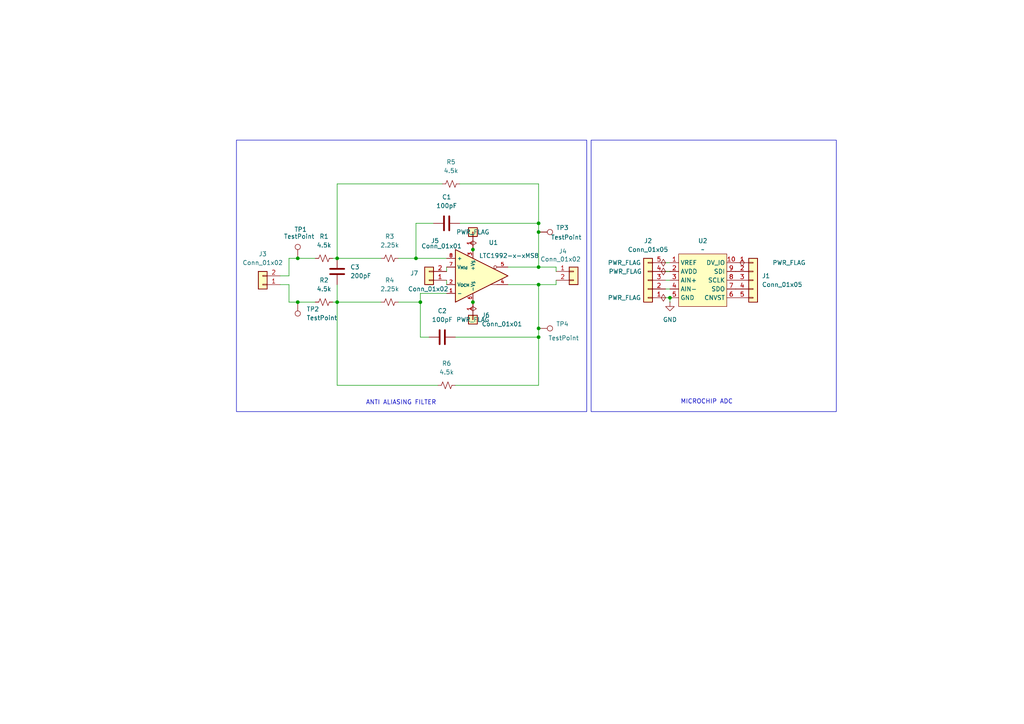
<source format=kicad_sch>
(kicad_sch
	(version 20250114)
	(generator "eeschema")
	(generator_version "9.0")
	(uuid "4cbfa574-1bf0-4f01-a79a-0ee861400b82")
	(paper "A4")
	(lib_symbols
		(symbol "Amplifier_Difference:LTC1992-x-xMS8"
			(exclude_from_sim no)
			(in_bom yes)
			(on_board yes)
			(property "Reference" "U"
				(at 0 6.35 0)
				(effects
					(font
						(size 1.27 1.27)
					)
				)
			)
			(property "Value" "LTC1992-x-xMS8"
				(at 10.16 -6.35 0)
				(effects
					(font
						(size 1.27 1.27)
					)
				)
			)
			(property "Footprint" "Package_SO:MSOP-8_3x3mm_P0.65mm"
				(at 0 0 0)
				(effects
					(font
						(size 1.27 1.27)
					)
					(hide yes)
				)
			)
			(property "Datasheet" "https://www.analog.com/media/en/technical-documentation/data-sheets/1992fb.pdf"
				(at 0 0 0)
				(effects
					(font
						(size 1.27 1.27)
					)
					(hide yes)
				)
			)
			(property "Description" "Low-Noise Precision Fully Differential Amplifier, fixed or variable gain, MSOP-8"
				(at 0 0 0)
				(effects
					(font
						(size 1.27 1.27)
					)
					(hide yes)
				)
			)
			(property "ki_keywords" "fully differential amplifier"
				(at 0 0 0)
				(effects
					(font
						(size 1.27 1.27)
					)
					(hide yes)
				)
			)
			(property "ki_fp_filters" "MSOP*3x3mm*P0.65mm*"
				(at 0 0 0)
				(effects
					(font
						(size 1.27 1.27)
					)
					(hide yes)
				)
			)
			(symbol "LTC1992-x-xMS8_0_1"
				(polyline
					(pts
						(xy 4.4704 -2.54) (xy 2.54 -2.54)
					)
					(stroke
						(width 0)
						(type default)
					)
					(fill
						(type none)
					)
				)
			)
			(symbol "LTC1992-x-xMS8_1_1"
				(polyline
					(pts
						(xy -7.62 7.62) (xy -7.62 -7.62) (xy 7.62 0) (xy -7.62 7.62)
					)
					(stroke
						(width 0.254)
						(type default)
					)
					(fill
						(type background)
					)
				)
				(circle
					(center 3.937 2.54)
					(radius 0.4064)
					(stroke
						(width 0)
						(type default)
					)
					(fill
						(type none)
					)
				)
				(pin input line
					(at -10.16 5.08 0)
					(length 2.54)
					(name "+"
						(effects
							(font
								(size 1.016 1.016)
							)
						)
					)
					(number "8"
						(effects
							(font
								(size 1.016 1.016)
							)
						)
					)
				)
				(pin input line
					(at -10.16 2.54 0)
					(length 2.54)
					(name "V_{Mid}"
						(effects
							(font
								(size 1.016 1.016)
							)
						)
					)
					(number "7"
						(effects
							(font
								(size 1.016 1.016)
							)
						)
					)
				)
				(pin input line
					(at -10.16 -2.54 0)
					(length 2.54)
					(name "V_{OCM}"
						(effects
							(font
								(size 1.016 1.016)
							)
						)
					)
					(number "2"
						(effects
							(font
								(size 1.016 1.016)
							)
						)
					)
				)
				(pin input line
					(at -10.16 -5.08 0)
					(length 2.54)
					(name "-"
						(effects
							(font
								(size 1.016 1.016)
							)
						)
					)
					(number "1"
						(effects
							(font
								(size 1.016 1.016)
							)
						)
					)
				)
				(pin power_in line
					(at -2.54 7.62 270)
					(length 2.54)
					(name "+V_{S}"
						(effects
							(font
								(size 1.016 1.016)
							)
						)
					)
					(number "3"
						(effects
							(font
								(size 1.016 1.016)
							)
						)
					)
				)
				(pin power_in line
					(at -2.54 -7.62 90)
					(length 2.54)
					(name "-V_{S}"
						(effects
							(font
								(size 1.016 1.016)
							)
						)
					)
					(number "6"
						(effects
							(font
								(size 1.016 1.016)
							)
						)
					)
				)
				(pin output line
					(at 7.62 2.54 180)
					(length 3.175)
					(name ""
						(effects
							(font
								(size 1.016 1.016)
							)
						)
					)
					(number "5"
						(effects
							(font
								(size 1.016 1.016)
							)
						)
					)
				)
				(pin output line
					(at 7.62 -2.54 180)
					(length 3.175)
					(name ""
						(effects
							(font
								(size 1.016 1.016)
							)
						)
					)
					(number "4"
						(effects
							(font
								(size 1.016 1.016)
							)
						)
					)
				)
			)
			(embedded_fonts no)
		)
		(symbol "Connector:TestPoint"
			(pin_numbers
				(hide yes)
			)
			(pin_names
				(offset 0.762)
				(hide yes)
			)
			(exclude_from_sim no)
			(in_bom yes)
			(on_board yes)
			(property "Reference" "TP"
				(at 0 6.858 0)
				(effects
					(font
						(size 1.27 1.27)
					)
				)
			)
			(property "Value" "TestPoint"
				(at 0 5.08 0)
				(effects
					(font
						(size 1.27 1.27)
					)
				)
			)
			(property "Footprint" ""
				(at 5.08 0 0)
				(effects
					(font
						(size 1.27 1.27)
					)
					(hide yes)
				)
			)
			(property "Datasheet" "~"
				(at 5.08 0 0)
				(effects
					(font
						(size 1.27 1.27)
					)
					(hide yes)
				)
			)
			(property "Description" "test point"
				(at 0 0 0)
				(effects
					(font
						(size 1.27 1.27)
					)
					(hide yes)
				)
			)
			(property "ki_keywords" "test point tp"
				(at 0 0 0)
				(effects
					(font
						(size 1.27 1.27)
					)
					(hide yes)
				)
			)
			(property "ki_fp_filters" "Pin* Test*"
				(at 0 0 0)
				(effects
					(font
						(size 1.27 1.27)
					)
					(hide yes)
				)
			)
			(symbol "TestPoint_0_1"
				(circle
					(center 0 3.302)
					(radius 0.762)
					(stroke
						(width 0)
						(type default)
					)
					(fill
						(type none)
					)
				)
			)
			(symbol "TestPoint_1_1"
				(pin passive line
					(at 0 0 90)
					(length 2.54)
					(name "1"
						(effects
							(font
								(size 1.27 1.27)
							)
						)
					)
					(number "1"
						(effects
							(font
								(size 1.27 1.27)
							)
						)
					)
				)
			)
			(embedded_fonts no)
		)
		(symbol "Connector_Generic:Conn_01x01"
			(pin_names
				(offset 1.016)
				(hide yes)
			)
			(exclude_from_sim no)
			(in_bom yes)
			(on_board yes)
			(property "Reference" "J"
				(at 0 2.54 0)
				(effects
					(font
						(size 1.27 1.27)
					)
				)
			)
			(property "Value" "Conn_01x01"
				(at 0 -2.54 0)
				(effects
					(font
						(size 1.27 1.27)
					)
				)
			)
			(property "Footprint" ""
				(at 0 0 0)
				(effects
					(font
						(size 1.27 1.27)
					)
					(hide yes)
				)
			)
			(property "Datasheet" "~"
				(at 0 0 0)
				(effects
					(font
						(size 1.27 1.27)
					)
					(hide yes)
				)
			)
			(property "Description" "Generic connector, single row, 01x01, script generated (kicad-library-utils/schlib/autogen/connector/)"
				(at 0 0 0)
				(effects
					(font
						(size 1.27 1.27)
					)
					(hide yes)
				)
			)
			(property "ki_keywords" "connector"
				(at 0 0 0)
				(effects
					(font
						(size 1.27 1.27)
					)
					(hide yes)
				)
			)
			(property "ki_fp_filters" "Connector*:*_1x??_*"
				(at 0 0 0)
				(effects
					(font
						(size 1.27 1.27)
					)
					(hide yes)
				)
			)
			(symbol "Conn_01x01_1_1"
				(rectangle
					(start -1.27 1.27)
					(end 1.27 -1.27)
					(stroke
						(width 0.254)
						(type default)
					)
					(fill
						(type background)
					)
				)
				(rectangle
					(start -1.27 0.127)
					(end 0 -0.127)
					(stroke
						(width 0.1524)
						(type default)
					)
					(fill
						(type none)
					)
				)
				(pin passive line
					(at -5.08 0 0)
					(length 3.81)
					(name "Pin_1"
						(effects
							(font
								(size 1.27 1.27)
							)
						)
					)
					(number "1"
						(effects
							(font
								(size 1.27 1.27)
							)
						)
					)
				)
			)
			(embedded_fonts no)
		)
		(symbol "Connector_Generic:Conn_01x02"
			(pin_names
				(offset 1.016)
				(hide yes)
			)
			(exclude_from_sim no)
			(in_bom yes)
			(on_board yes)
			(property "Reference" "J"
				(at 0 2.54 0)
				(effects
					(font
						(size 1.27 1.27)
					)
				)
			)
			(property "Value" "Conn_01x02"
				(at 0 -5.08 0)
				(effects
					(font
						(size 1.27 1.27)
					)
				)
			)
			(property "Footprint" ""
				(at 0 0 0)
				(effects
					(font
						(size 1.27 1.27)
					)
					(hide yes)
				)
			)
			(property "Datasheet" "~"
				(at 0 0 0)
				(effects
					(font
						(size 1.27 1.27)
					)
					(hide yes)
				)
			)
			(property "Description" "Generic connector, single row, 01x02, script generated (kicad-library-utils/schlib/autogen/connector/)"
				(at 0 0 0)
				(effects
					(font
						(size 1.27 1.27)
					)
					(hide yes)
				)
			)
			(property "ki_keywords" "connector"
				(at 0 0 0)
				(effects
					(font
						(size 1.27 1.27)
					)
					(hide yes)
				)
			)
			(property "ki_fp_filters" "Connector*:*_1x??_*"
				(at 0 0 0)
				(effects
					(font
						(size 1.27 1.27)
					)
					(hide yes)
				)
			)
			(symbol "Conn_01x02_1_1"
				(rectangle
					(start -1.27 1.27)
					(end 1.27 -3.81)
					(stroke
						(width 0.254)
						(type default)
					)
					(fill
						(type background)
					)
				)
				(rectangle
					(start -1.27 0.127)
					(end 0 -0.127)
					(stroke
						(width 0.1524)
						(type default)
					)
					(fill
						(type none)
					)
				)
				(rectangle
					(start -1.27 -2.413)
					(end 0 -2.667)
					(stroke
						(width 0.1524)
						(type default)
					)
					(fill
						(type none)
					)
				)
				(pin passive line
					(at -5.08 0 0)
					(length 3.81)
					(name "Pin_1"
						(effects
							(font
								(size 1.27 1.27)
							)
						)
					)
					(number "1"
						(effects
							(font
								(size 1.27 1.27)
							)
						)
					)
				)
				(pin passive line
					(at -5.08 -2.54 0)
					(length 3.81)
					(name "Pin_2"
						(effects
							(font
								(size 1.27 1.27)
							)
						)
					)
					(number "2"
						(effects
							(font
								(size 1.27 1.27)
							)
						)
					)
				)
			)
			(embedded_fonts no)
		)
		(symbol "Connector_Generic:Conn_01x05"
			(pin_names
				(offset 1.016)
				(hide yes)
			)
			(exclude_from_sim no)
			(in_bom yes)
			(on_board yes)
			(property "Reference" "J"
				(at 0 7.62 0)
				(effects
					(font
						(size 1.27 1.27)
					)
				)
			)
			(property "Value" "Conn_01x05"
				(at 0 -7.62 0)
				(effects
					(font
						(size 1.27 1.27)
					)
				)
			)
			(property "Footprint" ""
				(at 0 0 0)
				(effects
					(font
						(size 1.27 1.27)
					)
					(hide yes)
				)
			)
			(property "Datasheet" "~"
				(at 0 0 0)
				(effects
					(font
						(size 1.27 1.27)
					)
					(hide yes)
				)
			)
			(property "Description" "Generic connector, single row, 01x05, script generated (kicad-library-utils/schlib/autogen/connector/)"
				(at 0 0 0)
				(effects
					(font
						(size 1.27 1.27)
					)
					(hide yes)
				)
			)
			(property "ki_keywords" "connector"
				(at 0 0 0)
				(effects
					(font
						(size 1.27 1.27)
					)
					(hide yes)
				)
			)
			(property "ki_fp_filters" "Connector*:*_1x??_*"
				(at 0 0 0)
				(effects
					(font
						(size 1.27 1.27)
					)
					(hide yes)
				)
			)
			(symbol "Conn_01x05_1_1"
				(rectangle
					(start -1.27 6.35)
					(end 1.27 -6.35)
					(stroke
						(width 0.254)
						(type default)
					)
					(fill
						(type background)
					)
				)
				(rectangle
					(start -1.27 5.207)
					(end 0 4.953)
					(stroke
						(width 0.1524)
						(type default)
					)
					(fill
						(type none)
					)
				)
				(rectangle
					(start -1.27 2.667)
					(end 0 2.413)
					(stroke
						(width 0.1524)
						(type default)
					)
					(fill
						(type none)
					)
				)
				(rectangle
					(start -1.27 0.127)
					(end 0 -0.127)
					(stroke
						(width 0.1524)
						(type default)
					)
					(fill
						(type none)
					)
				)
				(rectangle
					(start -1.27 -2.413)
					(end 0 -2.667)
					(stroke
						(width 0.1524)
						(type default)
					)
					(fill
						(type none)
					)
				)
				(rectangle
					(start -1.27 -4.953)
					(end 0 -5.207)
					(stroke
						(width 0.1524)
						(type default)
					)
					(fill
						(type none)
					)
				)
				(pin passive line
					(at -5.08 5.08 0)
					(length 3.81)
					(name "Pin_1"
						(effects
							(font
								(size 1.27 1.27)
							)
						)
					)
					(number "1"
						(effects
							(font
								(size 1.27 1.27)
							)
						)
					)
				)
				(pin passive line
					(at -5.08 2.54 0)
					(length 3.81)
					(name "Pin_2"
						(effects
							(font
								(size 1.27 1.27)
							)
						)
					)
					(number "2"
						(effects
							(font
								(size 1.27 1.27)
							)
						)
					)
				)
				(pin passive line
					(at -5.08 0 0)
					(length 3.81)
					(name "Pin_3"
						(effects
							(font
								(size 1.27 1.27)
							)
						)
					)
					(number "3"
						(effects
							(font
								(size 1.27 1.27)
							)
						)
					)
				)
				(pin passive line
					(at -5.08 -2.54 0)
					(length 3.81)
					(name "Pin_4"
						(effects
							(font
								(size 1.27 1.27)
							)
						)
					)
					(number "4"
						(effects
							(font
								(size 1.27 1.27)
							)
						)
					)
				)
				(pin passive line
					(at -5.08 -5.08 0)
					(length 3.81)
					(name "Pin_5"
						(effects
							(font
								(size 1.27 1.27)
							)
						)
					)
					(number "5"
						(effects
							(font
								(size 1.27 1.27)
							)
						)
					)
				)
			)
			(embedded_fonts no)
		)
		(symbol "Device:C"
			(pin_numbers
				(hide yes)
			)
			(pin_names
				(offset 0.254)
			)
			(exclude_from_sim no)
			(in_bom yes)
			(on_board yes)
			(property "Reference" "C"
				(at 0.635 2.54 0)
				(effects
					(font
						(size 1.27 1.27)
					)
					(justify left)
				)
			)
			(property "Value" "C"
				(at 0.635 -2.54 0)
				(effects
					(font
						(size 1.27 1.27)
					)
					(justify left)
				)
			)
			(property "Footprint" ""
				(at 0.9652 -3.81 0)
				(effects
					(font
						(size 1.27 1.27)
					)
					(hide yes)
				)
			)
			(property "Datasheet" "~"
				(at 0 0 0)
				(effects
					(font
						(size 1.27 1.27)
					)
					(hide yes)
				)
			)
			(property "Description" "Unpolarized capacitor"
				(at 0 0 0)
				(effects
					(font
						(size 1.27 1.27)
					)
					(hide yes)
				)
			)
			(property "ki_keywords" "cap capacitor"
				(at 0 0 0)
				(effects
					(font
						(size 1.27 1.27)
					)
					(hide yes)
				)
			)
			(property "ki_fp_filters" "C_*"
				(at 0 0 0)
				(effects
					(font
						(size 1.27 1.27)
					)
					(hide yes)
				)
			)
			(symbol "C_0_1"
				(polyline
					(pts
						(xy -2.032 0.762) (xy 2.032 0.762)
					)
					(stroke
						(width 0.508)
						(type default)
					)
					(fill
						(type none)
					)
				)
				(polyline
					(pts
						(xy -2.032 -0.762) (xy 2.032 -0.762)
					)
					(stroke
						(width 0.508)
						(type default)
					)
					(fill
						(type none)
					)
				)
			)
			(symbol "C_1_1"
				(pin passive line
					(at 0 3.81 270)
					(length 2.794)
					(name "~"
						(effects
							(font
								(size 1.27 1.27)
							)
						)
					)
					(number "1"
						(effects
							(font
								(size 1.27 1.27)
							)
						)
					)
				)
				(pin passive line
					(at 0 -3.81 90)
					(length 2.794)
					(name "~"
						(effects
							(font
								(size 1.27 1.27)
							)
						)
					)
					(number "2"
						(effects
							(font
								(size 1.27 1.27)
							)
						)
					)
				)
			)
			(embedded_fonts no)
		)
		(symbol "Device:R_Small_US"
			(pin_numbers
				(hide yes)
			)
			(pin_names
				(offset 0.254)
				(hide yes)
			)
			(exclude_from_sim no)
			(in_bom yes)
			(on_board yes)
			(property "Reference" "R"
				(at 0.762 0.508 0)
				(effects
					(font
						(size 1.27 1.27)
					)
					(justify left)
				)
			)
			(property "Value" "R_Small_US"
				(at 0.762 -1.016 0)
				(effects
					(font
						(size 1.27 1.27)
					)
					(justify left)
				)
			)
			(property "Footprint" ""
				(at 0 0 0)
				(effects
					(font
						(size 1.27 1.27)
					)
					(hide yes)
				)
			)
			(property "Datasheet" "~"
				(at 0 0 0)
				(effects
					(font
						(size 1.27 1.27)
					)
					(hide yes)
				)
			)
			(property "Description" "Resistor, small US symbol"
				(at 0 0 0)
				(effects
					(font
						(size 1.27 1.27)
					)
					(hide yes)
				)
			)
			(property "ki_keywords" "r resistor"
				(at 0 0 0)
				(effects
					(font
						(size 1.27 1.27)
					)
					(hide yes)
				)
			)
			(property "ki_fp_filters" "R_*"
				(at 0 0 0)
				(effects
					(font
						(size 1.27 1.27)
					)
					(hide yes)
				)
			)
			(symbol "R_Small_US_1_1"
				(polyline
					(pts
						(xy 0 1.524) (xy 1.016 1.143) (xy 0 0.762) (xy -1.016 0.381) (xy 0 0)
					)
					(stroke
						(width 0)
						(type default)
					)
					(fill
						(type none)
					)
				)
				(polyline
					(pts
						(xy 0 0) (xy 1.016 -0.381) (xy 0 -0.762) (xy -1.016 -1.143) (xy 0 -1.524)
					)
					(stroke
						(width 0)
						(type default)
					)
					(fill
						(type none)
					)
				)
				(pin passive line
					(at 0 2.54 270)
					(length 1.016)
					(name "~"
						(effects
							(font
								(size 1.27 1.27)
							)
						)
					)
					(number "1"
						(effects
							(font
								(size 1.27 1.27)
							)
						)
					)
				)
				(pin passive line
					(at 0 -2.54 90)
					(length 1.016)
					(name "~"
						(effects
							(font
								(size 1.27 1.27)
							)
						)
					)
					(number "2"
						(effects
							(font
								(size 1.27 1.27)
							)
						)
					)
				)
			)
			(embedded_fonts no)
		)
		(symbol "New_Library:MCP33131D-05-E/MS"
			(exclude_from_sim no)
			(in_bom yes)
			(on_board yes)
			(property "Reference" "U"
				(at 0 13.716 0)
				(effects
					(font
						(size 1.27 1.27)
					)
				)
			)
			(property "Value" ""
				(at 0 0 0)
				(effects
					(font
						(size 1.27 1.27)
					)
				)
			)
			(property "Footprint" ""
				(at 0 0 0)
				(effects
					(font
						(size 1.27 1.27)
					)
					(hide yes)
				)
			)
			(property "Datasheet" ""
				(at 0 0 0)
				(effects
					(font
						(size 1.27 1.27)
					)
					(hide yes)
				)
			)
			(property "Description" ""
				(at 0 0 0)
				(effects
					(font
						(size 1.27 1.27)
					)
					(hide yes)
				)
			)
			(symbol "MCP33131D-05-E/MS_1_1"
				(rectangle
					(start -6.35 10.16)
					(end 7.62 -5.08)
					(stroke
						(width 0)
						(type solid)
					)
					(fill
						(type background)
					)
				)
				(pin power_in line
					(at -8.89 7.62 0)
					(length 2.54)
					(name "VREF"
						(effects
							(font
								(size 1.27 1.27)
							)
						)
					)
					(number "1"
						(effects
							(font
								(size 1.27 1.27)
							)
						)
					)
				)
				(pin power_in line
					(at -8.89 5.08 0)
					(length 2.54)
					(name "AVDD"
						(effects
							(font
								(size 1.27 1.27)
							)
						)
					)
					(number "2"
						(effects
							(font
								(size 1.27 1.27)
							)
						)
					)
				)
				(pin input line
					(at -8.89 2.54 0)
					(length 2.54)
					(name "AIN+"
						(effects
							(font
								(size 1.27 1.27)
							)
						)
					)
					(number "3"
						(effects
							(font
								(size 1.27 1.27)
							)
						)
					)
				)
				(pin input line
					(at -8.89 0 0)
					(length 2.54)
					(name "AIN-"
						(effects
							(font
								(size 1.27 1.27)
							)
						)
					)
					(number "4"
						(effects
							(font
								(size 1.27 1.27)
							)
						)
					)
				)
				(pin power_in line
					(at -8.89 -2.54 0)
					(length 2.54)
					(name "GND"
						(effects
							(font
								(size 1.27 1.27)
							)
						)
					)
					(number "5"
						(effects
							(font
								(size 1.27 1.27)
							)
						)
					)
				)
				(pin power_in line
					(at 10.16 7.62 180)
					(length 2.54)
					(name "DV_IO"
						(effects
							(font
								(size 1.27 1.27)
							)
						)
					)
					(number "10"
						(effects
							(font
								(size 1.27 1.27)
							)
						)
					)
				)
				(pin input line
					(at 10.16 5.08 180)
					(length 2.54)
					(name "SDI"
						(effects
							(font
								(size 1.27 1.27)
							)
						)
					)
					(number "9"
						(effects
							(font
								(size 1.27 1.27)
							)
						)
					)
				)
				(pin input line
					(at 10.16 2.54 180)
					(length 2.54)
					(name "SCLK"
						(effects
							(font
								(size 1.27 1.27)
							)
						)
					)
					(number "8"
						(effects
							(font
								(size 1.27 1.27)
							)
						)
					)
				)
				(pin output line
					(at 10.16 0 180)
					(length 2.54)
					(name "SDO"
						(effects
							(font
								(size 1.27 1.27)
							)
						)
					)
					(number "7"
						(effects
							(font
								(size 1.27 1.27)
							)
						)
					)
				)
				(pin input line
					(at 10.16 -2.54 180)
					(length 2.54)
					(name "CNVST"
						(effects
							(font
								(size 1.27 1.27)
							)
						)
					)
					(number "6"
						(effects
							(font
								(size 1.27 1.27)
							)
						)
					)
				)
			)
			(embedded_fonts no)
		)
		(symbol "power:GND"
			(power)
			(pin_numbers
				(hide yes)
			)
			(pin_names
				(offset 0)
				(hide yes)
			)
			(exclude_from_sim no)
			(in_bom yes)
			(on_board yes)
			(property "Reference" "#PWR"
				(at 0 -6.35 0)
				(effects
					(font
						(size 1.27 1.27)
					)
					(hide yes)
				)
			)
			(property "Value" "GND"
				(at 0 -3.81 0)
				(effects
					(font
						(size 1.27 1.27)
					)
				)
			)
			(property "Footprint" ""
				(at 0 0 0)
				(effects
					(font
						(size 1.27 1.27)
					)
					(hide yes)
				)
			)
			(property "Datasheet" ""
				(at 0 0 0)
				(effects
					(font
						(size 1.27 1.27)
					)
					(hide yes)
				)
			)
			(property "Description" "Power symbol creates a global label with name \"GND\" , ground"
				(at 0 0 0)
				(effects
					(font
						(size 1.27 1.27)
					)
					(hide yes)
				)
			)
			(property "ki_keywords" "global power"
				(at 0 0 0)
				(effects
					(font
						(size 1.27 1.27)
					)
					(hide yes)
				)
			)
			(symbol "GND_0_1"
				(polyline
					(pts
						(xy 0 0) (xy 0 -1.27) (xy 1.27 -1.27) (xy 0 -2.54) (xy -1.27 -1.27) (xy 0 -1.27)
					)
					(stroke
						(width 0)
						(type default)
					)
					(fill
						(type none)
					)
				)
			)
			(symbol "GND_1_1"
				(pin power_in line
					(at 0 0 270)
					(length 0)
					(name "~"
						(effects
							(font
								(size 1.27 1.27)
							)
						)
					)
					(number "1"
						(effects
							(font
								(size 1.27 1.27)
							)
						)
					)
				)
			)
			(embedded_fonts no)
		)
		(symbol "power:PWR_FLAG"
			(power)
			(pin_numbers
				(hide yes)
			)
			(pin_names
				(offset 0)
				(hide yes)
			)
			(exclude_from_sim no)
			(in_bom yes)
			(on_board yes)
			(property "Reference" "#FLG"
				(at 0 1.905 0)
				(effects
					(font
						(size 1.27 1.27)
					)
					(hide yes)
				)
			)
			(property "Value" "PWR_FLAG"
				(at 0 3.81 0)
				(effects
					(font
						(size 1.27 1.27)
					)
				)
			)
			(property "Footprint" ""
				(at 0 0 0)
				(effects
					(font
						(size 1.27 1.27)
					)
					(hide yes)
				)
			)
			(property "Datasheet" "~"
				(at 0 0 0)
				(effects
					(font
						(size 1.27 1.27)
					)
					(hide yes)
				)
			)
			(property "Description" "Special symbol for telling ERC where power comes from"
				(at 0 0 0)
				(effects
					(font
						(size 1.27 1.27)
					)
					(hide yes)
				)
			)
			(property "ki_keywords" "flag power"
				(at 0 0 0)
				(effects
					(font
						(size 1.27 1.27)
					)
					(hide yes)
				)
			)
			(symbol "PWR_FLAG_0_0"
				(pin power_out line
					(at 0 0 90)
					(length 0)
					(name "~"
						(effects
							(font
								(size 1.27 1.27)
							)
						)
					)
					(number "1"
						(effects
							(font
								(size 1.27 1.27)
							)
						)
					)
				)
			)
			(symbol "PWR_FLAG_0_1"
				(polyline
					(pts
						(xy 0 0) (xy 0 1.27) (xy -1.016 1.905) (xy 0 2.54) (xy 1.016 1.905) (xy 0 1.27)
					)
					(stroke
						(width 0)
						(type default)
					)
					(fill
						(type none)
					)
				)
			)
			(embedded_fonts no)
		)
	)
	(rectangle
		(start 68.58 40.64)
		(end 170.18 119.38)
		(stroke
			(width 0)
			(type default)
		)
		(fill
			(type none)
		)
		(uuid 07d98396-a6bd-4520-a5cd-c22287325e0d)
	)
	(rectangle
		(start 171.45 40.64)
		(end 242.57 119.38)
		(stroke
			(width 0)
			(type default)
		)
		(fill
			(type none)
		)
		(uuid bcfa80c1-ae78-4b6c-85c0-ef6bb8ae0a44)
	)
	(text "ANTI ALIASING FILTER"
		(exclude_from_sim no)
		(at 116.332 116.84 0)
		(effects
			(font
				(size 1.27 1.27)
			)
		)
		(uuid "7949a46c-ca2a-4457-b578-3653d07b290f")
	)
	(text "MICROCHIP ADC"
		(exclude_from_sim no)
		(at 204.978 116.586 0)
		(effects
			(font
				(size 1.27 1.27)
			)
		)
		(uuid "daf6d2eb-394f-47b8-9662-98305479efc1")
	)
	(junction
		(at 156.21 67.31)
		(diameter 0)
		(color 0 0 0 0)
		(uuid "0f731461-948d-440b-8059-240435d27275")
	)
	(junction
		(at 156.21 64.77)
		(diameter 0)
		(color 0 0 0 0)
		(uuid "1657d99e-76d4-454b-96af-33fb62915c78")
	)
	(junction
		(at 121.92 87.63)
		(diameter 0)
		(color 0 0 0 0)
		(uuid "17710fac-110d-411d-bb3e-880a79504ef8")
	)
	(junction
		(at 137.16 72.39)
		(diameter 0)
		(color 0 0 0 0)
		(uuid "17f1f8cc-0093-4d33-afff-294b72abfa80")
	)
	(junction
		(at 156.21 97.79)
		(diameter 0)
		(color 0 0 0 0)
		(uuid "19b5adfe-1728-48ff-84d3-eba7377d9837")
	)
	(junction
		(at 97.79 74.93)
		(diameter 0)
		(color 0 0 0 0)
		(uuid "20d01277-376d-4193-ae4b-831a2ac4422b")
	)
	(junction
		(at 194.31 86.36)
		(diameter 0)
		(color 0 0 0 0)
		(uuid "283bceaa-5840-4bda-9ef4-ef260e004828")
	)
	(junction
		(at 156.21 95.25)
		(diameter 0)
		(color 0 0 0 0)
		(uuid "2af4fe66-26e9-4787-899d-6960acd6a313")
	)
	(junction
		(at 97.79 87.63)
		(diameter 0)
		(color 0 0 0 0)
		(uuid "3bd24307-19ba-41d8-be95-b8a69eb4f214")
	)
	(junction
		(at 137.16 87.63)
		(diameter 0)
		(color 0 0 0 0)
		(uuid "497ad878-0731-436a-a227-1e1489777104")
	)
	(junction
		(at 156.21 82.55)
		(diameter 0)
		(color 0 0 0 0)
		(uuid "910a0f95-cfe9-437a-b983-1967201ba94b")
	)
	(junction
		(at 86.36 74.93)
		(diameter 0)
		(color 0 0 0 0)
		(uuid "a66a0c9c-c094-4615-b4b9-760d67793780")
	)
	(junction
		(at 86.36 87.63)
		(diameter 0)
		(color 0 0 0 0)
		(uuid "c2b7ee47-2395-451d-b245-f627cc3d61e8")
	)
	(junction
		(at 120.65 74.93)
		(diameter 0)
		(color 0 0 0 0)
		(uuid "c2d39c26-9f79-4808-a916-5f742a7b0e8e")
	)
	(junction
		(at 156.21 77.47)
		(diameter 0)
		(color 0 0 0 0)
		(uuid "d80cf584-2804-49a8-865a-bbad7f22c502")
	)
	(wire
		(pts
			(xy 156.21 97.79) (xy 156.21 111.76)
		)
		(stroke
			(width 0)
			(type default)
		)
		(uuid "03f352da-f1d1-4c50-b48e-f2b2ec89fca3")
	)
	(wire
		(pts
			(xy 156.21 64.77) (xy 156.21 67.31)
		)
		(stroke
			(width 0)
			(type default)
		)
		(uuid "05d0cb01-7231-4316-81cb-ecf68d4a83db")
	)
	(wire
		(pts
			(xy 132.08 111.76) (xy 156.21 111.76)
		)
		(stroke
			(width 0)
			(type default)
		)
		(uuid "06268d4d-65f3-42df-8e20-18a43d2df733")
	)
	(wire
		(pts
			(xy 83.82 74.93) (xy 86.36 74.93)
		)
		(stroke
			(width 0)
			(type default)
		)
		(uuid "09367a13-53fc-4f79-8863-829ac8361920")
	)
	(wire
		(pts
			(xy 97.79 74.93) (xy 97.79 53.34)
		)
		(stroke
			(width 0)
			(type default)
		)
		(uuid "1999205e-ab8a-487c-a552-3c489e050e4f")
	)
	(wire
		(pts
			(xy 193.04 81.28) (xy 194.31 81.28)
		)
		(stroke
			(width 0)
			(type default)
		)
		(uuid "1a66bc5b-5544-4d17-a19e-9162b855331e")
	)
	(wire
		(pts
			(xy 83.82 87.63) (xy 86.36 87.63)
		)
		(stroke
			(width 0)
			(type default)
		)
		(uuid "1b40dd0e-b7a3-4c77-a9c4-802d7560554b")
	)
	(wire
		(pts
			(xy 125.73 64.77) (xy 120.65 64.77)
		)
		(stroke
			(width 0)
			(type default)
		)
		(uuid "1ce347ff-490b-4317-8d26-85bad10fcf8a")
	)
	(wire
		(pts
			(xy 156.21 77.47) (xy 161.29 77.47)
		)
		(stroke
			(width 0)
			(type default)
		)
		(uuid "21290f95-e96d-423e-8c03-1519b481782b")
	)
	(wire
		(pts
			(xy 156.21 67.31) (xy 156.21 77.47)
		)
		(stroke
			(width 0)
			(type default)
		)
		(uuid "2b18015c-c232-444c-9284-6f9f5bd6a94d")
	)
	(wire
		(pts
			(xy 120.65 64.77) (xy 120.65 74.93)
		)
		(stroke
			(width 0)
			(type default)
		)
		(uuid "2f26df6a-01d3-4aee-8848-7a90729baf21")
	)
	(wire
		(pts
			(xy 96.52 87.63) (xy 97.79 87.63)
		)
		(stroke
			(width 0)
			(type default)
		)
		(uuid "376a96c6-c54e-4274-a551-25cb94149721")
	)
	(wire
		(pts
			(xy 127 111.76) (xy 97.79 111.76)
		)
		(stroke
			(width 0)
			(type default)
		)
		(uuid "386a12ac-d44c-4eb1-b2d5-d1c9c25e9571")
	)
	(wire
		(pts
			(xy 97.79 82.55) (xy 97.79 87.63)
		)
		(stroke
			(width 0)
			(type default)
		)
		(uuid "3f09c148-7cf0-4d32-ae20-600df858faa5")
	)
	(wire
		(pts
			(xy 121.92 97.79) (xy 124.46 97.79)
		)
		(stroke
			(width 0)
			(type default)
		)
		(uuid "41880f5a-a11c-44d1-b2d4-0fd16d4f8ae5")
	)
	(wire
		(pts
			(xy 83.82 82.55) (xy 83.82 87.63)
		)
		(stroke
			(width 0)
			(type default)
		)
		(uuid "499d7fde-9461-47c9-802e-5cb7b782cce5")
	)
	(wire
		(pts
			(xy 81.28 80.01) (xy 83.82 80.01)
		)
		(stroke
			(width 0)
			(type default)
		)
		(uuid "4ae8958b-1b67-483c-9e0d-54780a3d4e91")
	)
	(wire
		(pts
			(xy 83.82 80.01) (xy 83.82 74.93)
		)
		(stroke
			(width 0)
			(type default)
		)
		(uuid "4f50145a-9cf5-43a3-a870-dd290ef0593f")
	)
	(wire
		(pts
			(xy 132.08 97.79) (xy 156.21 97.79)
		)
		(stroke
			(width 0)
			(type default)
		)
		(uuid "5365a68a-826c-4267-a4bd-7985000748a9")
	)
	(wire
		(pts
			(xy 156.21 82.55) (xy 156.21 95.25)
		)
		(stroke
			(width 0)
			(type default)
		)
		(uuid "53e3f0cd-bb00-45c5-a37f-00cc2324e531")
	)
	(wire
		(pts
			(xy 156.21 82.55) (xy 161.29 82.55)
		)
		(stroke
			(width 0)
			(type default)
		)
		(uuid "577ce396-b9db-4efa-845f-92bf5c051e28")
	)
	(wire
		(pts
			(xy 121.92 87.63) (xy 121.92 97.79)
		)
		(stroke
			(width 0)
			(type default)
		)
		(uuid "57fb8466-45ec-48ed-9304-25ee940a6b27")
	)
	(wire
		(pts
			(xy 86.36 74.93) (xy 91.44 74.93)
		)
		(stroke
			(width 0)
			(type default)
		)
		(uuid "58b74e36-ab48-4158-919e-df44d606aeb1")
	)
	(wire
		(pts
			(xy 115.57 74.93) (xy 120.65 74.93)
		)
		(stroke
			(width 0)
			(type default)
		)
		(uuid "591d8e0d-f982-4a59-b0cf-8f2b4784170a")
	)
	(wire
		(pts
			(xy 147.32 82.55) (xy 156.21 82.55)
		)
		(stroke
			(width 0)
			(type default)
		)
		(uuid "5928ce2b-90b8-4d8c-9590-9ebce2aa342d")
	)
	(wire
		(pts
			(xy 97.79 53.34) (xy 128.27 53.34)
		)
		(stroke
			(width 0)
			(type default)
		)
		(uuid "609578f7-5644-4b92-bcc4-cb76546ee70a")
	)
	(wire
		(pts
			(xy 97.79 87.63) (xy 110.49 87.63)
		)
		(stroke
			(width 0)
			(type default)
		)
		(uuid "65df5a08-e46c-479b-b393-6b86e32b48e0")
	)
	(wire
		(pts
			(xy 121.92 85.09) (xy 129.54 85.09)
		)
		(stroke
			(width 0)
			(type default)
		)
		(uuid "6a11a51c-4b53-4984-85ec-f38a6eabbd75")
	)
	(wire
		(pts
			(xy 97.79 111.76) (xy 97.79 87.63)
		)
		(stroke
			(width 0)
			(type default)
		)
		(uuid "6cfeaf09-ed66-42e6-953e-e471a263d93f")
	)
	(wire
		(pts
			(xy 193.04 86.36) (xy 194.31 86.36)
		)
		(stroke
			(width 0)
			(type default)
		)
		(uuid "7ab1872c-6da0-4d7e-9c86-b0bdde6909eb")
	)
	(wire
		(pts
			(xy 97.79 74.93) (xy 110.49 74.93)
		)
		(stroke
			(width 0)
			(type default)
		)
		(uuid "8098e93a-89df-4dd4-a11d-1f49d9220bc4")
	)
	(wire
		(pts
			(xy 81.28 82.55) (xy 83.82 82.55)
		)
		(stroke
			(width 0)
			(type default)
		)
		(uuid "8fe8ac5d-d4ff-4dcb-93b7-c5b7d633509c")
	)
	(wire
		(pts
			(xy 161.29 77.47) (xy 161.29 78.74)
		)
		(stroke
			(width 0)
			(type default)
		)
		(uuid "9c32d992-6c3c-46ec-9a48-75281536a1b2")
	)
	(wire
		(pts
			(xy 121.92 87.63) (xy 121.92 85.09)
		)
		(stroke
			(width 0)
			(type default)
		)
		(uuid "a27e1b05-2405-4003-8dfa-4158a805b876")
	)
	(wire
		(pts
			(xy 156.21 53.34) (xy 156.21 64.77)
		)
		(stroke
			(width 0)
			(type default)
		)
		(uuid "a3a07a2e-ec4a-470d-9b35-74fe5a1c5134")
	)
	(wire
		(pts
			(xy 133.35 64.77) (xy 156.21 64.77)
		)
		(stroke
			(width 0)
			(type default)
		)
		(uuid "aaeaafeb-5b24-487f-8ee1-63242b6d5d50")
	)
	(wire
		(pts
			(xy 120.65 74.93) (xy 129.54 74.93)
		)
		(stroke
			(width 0)
			(type default)
		)
		(uuid "ab92ebdf-9867-4fc3-bb95-e3f632910195")
	)
	(wire
		(pts
			(xy 193.04 83.82) (xy 194.31 83.82)
		)
		(stroke
			(width 0)
			(type default)
		)
		(uuid "b3c075a6-3c94-4a21-b80b-2b05e146162e")
	)
	(wire
		(pts
			(xy 133.35 53.34) (xy 156.21 53.34)
		)
		(stroke
			(width 0)
			(type default)
		)
		(uuid "b5e8141f-1e38-4776-9a81-f939564d6a68")
	)
	(wire
		(pts
			(xy 96.52 74.93) (xy 97.79 74.93)
		)
		(stroke
			(width 0)
			(type default)
		)
		(uuid "c6ca565a-0faf-44da-8dba-260ec11164db")
	)
	(wire
		(pts
			(xy 193.04 76.2) (xy 194.31 76.2)
		)
		(stroke
			(width 0)
			(type default)
		)
		(uuid "c766d735-d5e1-4376-8e48-f70b2f9eecc4")
	)
	(wire
		(pts
			(xy 156.21 77.47) (xy 147.32 77.47)
		)
		(stroke
			(width 0)
			(type default)
		)
		(uuid "cb7000ac-f954-4828-b52e-10d3e560aedf")
	)
	(wire
		(pts
			(xy 194.31 86.36) (xy 194.31 87.63)
		)
		(stroke
			(width 0)
			(type default)
		)
		(uuid "d57bbcb4-1b51-447d-aaa6-9bfd688fdb3a")
	)
	(wire
		(pts
			(xy 161.29 81.28) (xy 161.29 82.55)
		)
		(stroke
			(width 0)
			(type default)
		)
		(uuid "db6be712-8cc7-454b-9ee3-aafc2107181b")
	)
	(wire
		(pts
			(xy 156.21 95.25) (xy 156.21 97.79)
		)
		(stroke
			(width 0)
			(type default)
		)
		(uuid "dca141bd-cc3e-46c3-9388-f9a4a9fcdb5a")
	)
	(wire
		(pts
			(xy 193.04 78.74) (xy 194.31 78.74)
		)
		(stroke
			(width 0)
			(type default)
		)
		(uuid "e1d1c955-57ce-47d8-bb21-8348d3263040")
	)
	(wire
		(pts
			(xy 129.54 77.47) (xy 129.54 78.74)
		)
		(stroke
			(width 0)
			(type default)
		)
		(uuid "f3dd10d3-7552-4c15-aa87-586ed32cfa7a")
	)
	(wire
		(pts
			(xy 129.54 81.28) (xy 129.54 82.55)
		)
		(stroke
			(width 0)
			(type default)
		)
		(uuid "f4e21262-3cc4-414b-98c6-7c6a61fffb04")
	)
	(wire
		(pts
			(xy 115.57 87.63) (xy 121.92 87.63)
		)
		(stroke
			(width 0)
			(type default)
		)
		(uuid "fc8a97a3-8cf8-4cc8-9df2-b6dffc416bd4")
	)
	(wire
		(pts
			(xy 86.36 87.63) (xy 91.44 87.63)
		)
		(stroke
			(width 0)
			(type default)
		)
		(uuid "fd5aee69-8990-44a3-8d62-d2631694f257")
	)
	(symbol
		(lib_id "Connector_Generic:Conn_01x05")
		(at 218.44 81.28 0)
		(unit 1)
		(exclude_from_sim no)
		(in_bom yes)
		(on_board yes)
		(dnp no)
		(uuid "0274a0d5-532f-462f-b51e-00fcae502097")
		(property "Reference" "J1"
			(at 220.98 80.0099 0)
			(effects
				(font
					(size 1.27 1.27)
				)
				(justify left)
			)
		)
		(property "Value" "Conn_01x05"
			(at 220.98 82.5499 0)
			(effects
				(font
					(size 1.27 1.27)
				)
				(justify left)
			)
		)
		(property "Footprint" "Connector_PinHeader_2.54mm:PinHeader_1x05_P2.54mm_Vertical"
			(at 218.44 81.28 0)
			(effects
				(font
					(size 1.27 1.27)
				)
				(hide yes)
			)
		)
		(property "Datasheet" "~"
			(at 218.44 81.28 0)
			(effects
				(font
					(size 1.27 1.27)
				)
				(hide yes)
			)
		)
		(property "Description" "Generic connector, single row, 01x05, script generated (kicad-library-utils/schlib/autogen/connector/)"
			(at 218.44 81.28 0)
			(effects
				(font
					(size 1.27 1.27)
				)
				(hide yes)
			)
		)
		(pin "1"
			(uuid "d0465a54-21fd-4b0c-85ba-0f354e93468d")
		)
		(pin "2"
			(uuid "e4cc2739-66ba-4f2b-934c-b8b95f5b0523")
		)
		(pin "3"
			(uuid "0a9658d4-a374-4a9c-b8d0-714e48ea2a74")
		)
		(pin "5"
			(uuid "453698e0-7a86-4fdd-a91c-9aaa5320c8c8")
		)
		(pin "4"
			(uuid "4f6db2e0-92ab-42cd-ae21-25e033ee7ed8")
		)
		(instances
			(project ""
				(path "/4cbfa574-1bf0-4f01-a79a-0ee861400b82"
					(reference "J1")
					(unit 1)
				)
			)
		)
	)
	(symbol
		(lib_id "Device:C")
		(at 129.54 64.77 90)
		(unit 1)
		(exclude_from_sim no)
		(in_bom yes)
		(on_board yes)
		(dnp no)
		(fields_autoplaced yes)
		(uuid "03b296fe-5edc-4893-b26f-0523d7fb97c2")
		(property "Reference" "C1"
			(at 129.54 57.15 90)
			(effects
				(font
					(size 1.27 1.27)
				)
			)
		)
		(property "Value" "100pF"
			(at 129.54 59.69 90)
			(effects
				(font
					(size 1.27 1.27)
				)
			)
		)
		(property "Footprint" "Capacitor_THT:C_Disc_D5.0mm_W2.5mm_P2.50mm"
			(at 133.35 63.8048 0)
			(effects
				(font
					(size 1.27 1.27)
				)
				(hide yes)
			)
		)
		(property "Datasheet" "~"
			(at 129.54 64.77 0)
			(effects
				(font
					(size 1.27 1.27)
				)
				(hide yes)
			)
		)
		(property "Description" "Unpolarized capacitor"
			(at 129.54 64.77 0)
			(effects
				(font
					(size 1.27 1.27)
				)
				(hide yes)
			)
		)
		(pin "1"
			(uuid "ad79a78a-28cc-40df-a6cf-dc1a4acda735")
		)
		(pin "2"
			(uuid "f3410588-f3ed-492f-abab-81924aa22a25")
		)
		(instances
			(project ""
				(path "/4cbfa574-1bf0-4f01-a79a-0ee861400b82"
					(reference "C1")
					(unit 1)
				)
			)
		)
	)
	(symbol
		(lib_id "Connector_Generic:Conn_01x01")
		(at 137.16 92.71 270)
		(unit 1)
		(exclude_from_sim no)
		(in_bom yes)
		(on_board yes)
		(dnp no)
		(fields_autoplaced yes)
		(uuid "03f9549b-1e43-427f-b048-07df9f77dfba")
		(property "Reference" "J6"
			(at 139.7 91.4399 90)
			(effects
				(font
					(size 1.27 1.27)
				)
				(justify left)
			)
		)
		(property "Value" "Conn_01x01"
			(at 139.7 93.9799 90)
			(effects
				(font
					(size 1.27 1.27)
				)
				(justify left)
			)
		)
		(property "Footprint" "Connector_PinHeader_1.00mm:PinHeader_1x01_P1.00mm_Vertical"
			(at 137.16 92.71 0)
			(effects
				(font
					(size 1.27 1.27)
				)
				(hide yes)
			)
		)
		(property "Datasheet" "~"
			(at 137.16 92.71 0)
			(effects
				(font
					(size 1.27 1.27)
				)
				(hide yes)
			)
		)
		(property "Description" "Generic connector, single row, 01x01, script generated (kicad-library-utils/schlib/autogen/connector/)"
			(at 137.16 92.71 0)
			(effects
				(font
					(size 1.27 1.27)
				)
				(hide yes)
			)
		)
		(pin "1"
			(uuid "db93edc4-a84f-4dfa-8bde-c29382b762cc")
		)
		(instances
			(project ""
				(path "/4cbfa574-1bf0-4f01-a79a-0ee861400b82"
					(reference "J6")
					(unit 1)
				)
			)
		)
	)
	(symbol
		(lib_id "power:PWR_FLAG")
		(at 194.31 76.2 90)
		(unit 1)
		(exclude_from_sim no)
		(in_bom yes)
		(on_board yes)
		(dnp no)
		(uuid "046950c2-c1c1-401c-8db0-97b14277f1ae")
		(property "Reference" "#FLG03"
			(at 192.405 76.2 0)
			(effects
				(font
					(size 1.27 1.27)
				)
				(hide yes)
			)
		)
		(property "Value" "PWR_FLAG"
			(at 185.928 76.2 90)
			(effects
				(font
					(size 1.27 1.27)
				)
				(justify left)
			)
		)
		(property "Footprint" ""
			(at 194.31 76.2 0)
			(effects
				(font
					(size 1.27 1.27)
				)
				(hide yes)
			)
		)
		(property "Datasheet" "~"
			(at 194.31 76.2 0)
			(effects
				(font
					(size 1.27 1.27)
				)
				(hide yes)
			)
		)
		(property "Description" "Special symbol for telling ERC where power comes from"
			(at 194.31 76.2 0)
			(effects
				(font
					(size 1.27 1.27)
				)
				(hide yes)
			)
		)
		(pin "1"
			(uuid "0dfbad36-215f-4aa8-8e03-60a566e29d1c")
		)
		(instances
			(project "daq_idea"
				(path "/4cbfa574-1bf0-4f01-a79a-0ee861400b82"
					(reference "#FLG03")
					(unit 1)
				)
			)
		)
	)
	(symbol
		(lib_id "Connector:TestPoint")
		(at 86.36 74.93 0)
		(unit 1)
		(exclude_from_sim no)
		(in_bom yes)
		(on_board yes)
		(dnp no)
		(uuid "3d69580b-ce95-4d11-a0d8-df0b71bba37b")
		(property "Reference" "TP1"
			(at 85.344 66.548 0)
			(effects
				(font
					(size 1.27 1.27)
				)
				(justify left)
			)
		)
		(property "Value" "TestPoint"
			(at 82.296 68.58 0)
			(effects
				(font
					(size 1.27 1.27)
				)
				(justify left)
			)
		)
		(property "Footprint" "TestPoint:TestPoint_Loop_D2.50mm_Drill1.0mm"
			(at 91.44 74.93 0)
			(effects
				(font
					(size 1.27 1.27)
				)
				(hide yes)
			)
		)
		(property "Datasheet" "~"
			(at 91.44 74.93 0)
			(effects
				(font
					(size 1.27 1.27)
				)
				(hide yes)
			)
		)
		(property "Description" "test point"
			(at 86.36 74.93 0)
			(effects
				(font
					(size 1.27 1.27)
				)
				(hide yes)
			)
		)
		(pin "1"
			(uuid "ed0ef0d3-7fa4-4bbf-a9de-bf459e586b6c")
		)
		(instances
			(project ""
				(path "/4cbfa574-1bf0-4f01-a79a-0ee861400b82"
					(reference "TP1")
					(unit 1)
				)
			)
		)
	)
	(symbol
		(lib_id "Amplifier_Difference:LTC1992-x-xMS8")
		(at 139.7 80.01 0)
		(unit 1)
		(exclude_from_sim no)
		(in_bom yes)
		(on_board yes)
		(dnp no)
		(uuid "3e4756ca-cab4-49c3-91e5-307457f9bb79")
		(property "Reference" "U1"
			(at 141.732 70.358 0)
			(effects
				(font
					(size 1.27 1.27)
				)
				(justify left)
			)
		)
		(property "Value" "LTC1992-x-xMS8"
			(at 138.938 74.168 0)
			(effects
				(font
					(size 1.27 1.27)
				)
				(justify left)
			)
		)
		(property "Footprint" "Package_SO:MSOP-8_3x3mm_P0.65mm"
			(at 139.7 80.01 0)
			(effects
				(font
					(size 1.27 1.27)
				)
				(hide yes)
			)
		)
		(property "Datasheet" "https://www.analog.com/media/en/technical-documentation/data-sheets/1992fb.pdf"
			(at 139.7 80.01 0)
			(effects
				(font
					(size 1.27 1.27)
				)
				(hide yes)
			)
		)
		(property "Description" "Low-Noise Precision Fully Differential Amplifier, fixed or variable gain, MSOP-8"
			(at 139.7 80.01 0)
			(effects
				(font
					(size 1.27 1.27)
				)
				(hide yes)
			)
		)
		(pin "1"
			(uuid "9f17d078-50bb-41e9-8e62-11ecbfa79fb8")
		)
		(pin "8"
			(uuid "a4035555-e897-431a-bb51-48db20749e1a")
		)
		(pin "7"
			(uuid "7ed0741a-fe37-4c4e-802f-aef7fdec3cda")
		)
		(pin "2"
			(uuid "94225c51-6dad-484f-8d19-4ba05d090908")
		)
		(pin "6"
			(uuid "a4a9fe3a-48f6-4f75-a4cd-8abacc901236")
		)
		(pin "5"
			(uuid "18ca31f0-ffda-4b74-b6ec-ca91e9745396")
		)
		(pin "3"
			(uuid "4b7d0f85-c8b5-4df6-ad40-45902d6bcb12")
		)
		(pin "4"
			(uuid "13ded51a-9bc6-45fb-b123-a8692bd6c28d")
		)
		(instances
			(project ""
				(path "/4cbfa574-1bf0-4f01-a79a-0ee861400b82"
					(reference "U1")
					(unit 1)
				)
			)
		)
	)
	(symbol
		(lib_id "Device:R_Small_US")
		(at 93.98 87.63 90)
		(unit 1)
		(exclude_from_sim no)
		(in_bom yes)
		(on_board yes)
		(dnp no)
		(fields_autoplaced yes)
		(uuid "441b93d8-4bd3-470b-b19f-d676e70660ea")
		(property "Reference" "R2"
			(at 93.98 81.28 90)
			(effects
				(font
					(size 1.27 1.27)
				)
			)
		)
		(property "Value" "4.5k"
			(at 93.98 83.82 90)
			(effects
				(font
					(size 1.27 1.27)
				)
			)
		)
		(property "Footprint" "Resistor_THT:R_Axial_DIN0207_L6.3mm_D2.5mm_P7.62mm_Horizontal"
			(at 93.98 87.63 0)
			(effects
				(font
					(size 1.27 1.27)
				)
				(hide yes)
			)
		)
		(property "Datasheet" "~"
			(at 93.98 87.63 0)
			(effects
				(font
					(size 1.27 1.27)
				)
				(hide yes)
			)
		)
		(property "Description" "Resistor, small US symbol"
			(at 93.98 87.63 0)
			(effects
				(font
					(size 1.27 1.27)
				)
				(hide yes)
			)
		)
		(pin "1"
			(uuid "6e1378c8-8fa1-4c96-b37b-faa8d73c961e")
		)
		(pin "2"
			(uuid "33f7b7a1-4f0f-41fc-a370-d9479cec237d")
		)
		(instances
			(project "daq_idea"
				(path "/4cbfa574-1bf0-4f01-a79a-0ee861400b82"
					(reference "R2")
					(unit 1)
				)
			)
		)
	)
	(symbol
		(lib_id "New_Library:MCP33131D-05-E/MS")
		(at 203.2 83.82 0)
		(unit 1)
		(exclude_from_sim no)
		(in_bom yes)
		(on_board yes)
		(dnp no)
		(fields_autoplaced yes)
		(uuid "49db935a-ee62-4235-9373-a51ca280bd39")
		(property "Reference" "U2"
			(at 203.835 69.85 0)
			(effects
				(font
					(size 1.27 1.27)
				)
			)
		)
		(property "Value" "~"
			(at 203.835 72.39 0)
			(effects
				(font
					(size 1.27 1.27)
				)
			)
		)
		(property "Footprint" "MCP33131D-05-E_MS:SOP50P490X110-10N"
			(at 203.2 83.82 0)
			(effects
				(font
					(size 1.27 1.27)
				)
				(hide yes)
			)
		)
		(property "Datasheet" ""
			(at 203.2 83.82 0)
			(effects
				(font
					(size 1.27 1.27)
				)
				(hide yes)
			)
		)
		(property "Description" ""
			(at 203.2 83.82 0)
			(effects
				(font
					(size 1.27 1.27)
				)
				(hide yes)
			)
		)
		(pin "2"
			(uuid "4bf8cc51-9866-4523-b5de-d17cee836334")
		)
		(pin "10"
			(uuid "cc599152-a68a-4ae2-90f9-135203124649")
		)
		(pin "5"
			(uuid "1789286d-a5fe-4176-b80c-7e8d5f44087b")
		)
		(pin "3"
			(uuid "51230459-c534-402c-a0d1-7a843bd96ef1")
		)
		(pin "1"
			(uuid "26e83b92-74a2-42d1-b51a-207b5427055f")
		)
		(pin "4"
			(uuid "451dba49-f702-4a1f-87dc-14eaa3adc69a")
		)
		(pin "7"
			(uuid "c815fc13-7087-488d-a967-0f9fbb58950b")
		)
		(pin "9"
			(uuid "85a0ae2c-3b19-429d-89a8-5d9f53853bed")
		)
		(pin "8"
			(uuid "34cef303-43f8-459e-8973-08824b77a05e")
		)
		(pin "6"
			(uuid "c4cf58a1-524e-48e0-9b7f-c0ad69ed008f")
		)
		(instances
			(project ""
				(path "/4cbfa574-1bf0-4f01-a79a-0ee861400b82"
					(reference "U2")
					(unit 1)
				)
			)
		)
	)
	(symbol
		(lib_id "Connector_Generic:Conn_01x02")
		(at 76.2 82.55 180)
		(unit 1)
		(exclude_from_sim no)
		(in_bom yes)
		(on_board yes)
		(dnp no)
		(fields_autoplaced yes)
		(uuid "5a64c541-bcbe-4d52-bcd9-798194402fba")
		(property "Reference" "J3"
			(at 76.2 73.66 0)
			(effects
				(font
					(size 1.27 1.27)
				)
			)
		)
		(property "Value" "Conn_01x02"
			(at 76.2 76.2 0)
			(effects
				(font
					(size 1.27 1.27)
				)
			)
		)
		(property "Footprint" "Connector_PinHeader_2.54mm:PinHeader_1x02_P2.54mm_Vertical"
			(at 76.2 82.55 0)
			(effects
				(font
					(size 1.27 1.27)
				)
				(hide yes)
			)
		)
		(property "Datasheet" "~"
			(at 76.2 82.55 0)
			(effects
				(font
					(size 1.27 1.27)
				)
				(hide yes)
			)
		)
		(property "Description" "Generic connector, single row, 01x02, script generated (kicad-library-utils/schlib/autogen/connector/)"
			(at 76.2 82.55 0)
			(effects
				(font
					(size 1.27 1.27)
				)
				(hide yes)
			)
		)
		(pin "1"
			(uuid "0e70da64-9bd2-41f4-9a34-5d45b22168ae")
		)
		(pin "2"
			(uuid "826856d6-2911-4896-a7a9-d2a0470c9057")
		)
		(instances
			(project ""
				(path "/4cbfa574-1bf0-4f01-a79a-0ee861400b82"
					(reference "J3")
					(unit 1)
				)
			)
		)
	)
	(symbol
		(lib_id "Connector_Generic:Conn_01x05")
		(at 187.96 81.28 180)
		(unit 1)
		(exclude_from_sim no)
		(in_bom yes)
		(on_board yes)
		(dnp no)
		(fields_autoplaced yes)
		(uuid "6f135537-e084-4336-a407-1c4dc664c0d0")
		(property "Reference" "J2"
			(at 187.96 69.85 0)
			(effects
				(font
					(size 1.27 1.27)
				)
			)
		)
		(property "Value" "Conn_01x05"
			(at 187.96 72.39 0)
			(effects
				(font
					(size 1.27 1.27)
				)
			)
		)
		(property "Footprint" "Connector_PinHeader_2.54mm:PinHeader_1x05_P2.54mm_Vertical"
			(at 187.96 81.28 0)
			(effects
				(font
					(size 1.27 1.27)
				)
				(hide yes)
			)
		)
		(property "Datasheet" "~"
			(at 187.96 81.28 0)
			(effects
				(font
					(size 1.27 1.27)
				)
				(hide yes)
			)
		)
		(property "Description" "Generic connector, single row, 01x05, script generated (kicad-library-utils/schlib/autogen/connector/)"
			(at 187.96 81.28 0)
			(effects
				(font
					(size 1.27 1.27)
				)
				(hide yes)
			)
		)
		(pin "5"
			(uuid "7bb6dcb5-1da2-4d9f-ad7b-829679321ba6")
		)
		(pin "4"
			(uuid "7f2d8a0e-6b74-4e48-934c-295333bab209")
		)
		(pin "1"
			(uuid "b7887f1e-400f-47cb-bf71-020ed4ff499b")
		)
		(pin "2"
			(uuid "27b86ecb-fd2a-4660-83f4-841c658f60c5")
		)
		(pin "3"
			(uuid "c98dee31-8211-402b-845d-2da8065d0ad3")
		)
		(instances
			(project ""
				(path "/4cbfa574-1bf0-4f01-a79a-0ee861400b82"
					(reference "J2")
					(unit 1)
				)
			)
		)
	)
	(symbol
		(lib_id "Device:R_Small_US")
		(at 113.03 87.63 90)
		(unit 1)
		(exclude_from_sim no)
		(in_bom yes)
		(on_board yes)
		(dnp no)
		(fields_autoplaced yes)
		(uuid "8172985b-b614-4f9c-b651-3d9dee86c840")
		(property "Reference" "R4"
			(at 113.03 81.28 90)
			(effects
				(font
					(size 1.27 1.27)
				)
			)
		)
		(property "Value" "2.25k"
			(at 113.03 83.82 90)
			(effects
				(font
					(size 1.27 1.27)
				)
			)
		)
		(property "Footprint" "Resistor_THT:R_Axial_DIN0207_L6.3mm_D2.5mm_P7.62mm_Horizontal"
			(at 113.03 87.63 0)
			(effects
				(font
					(size 1.27 1.27)
				)
				(hide yes)
			)
		)
		(property "Datasheet" "~"
			(at 113.03 87.63 0)
			(effects
				(font
					(size 1.27 1.27)
				)
				(hide yes)
			)
		)
		(property "Description" "Resistor, small US symbol"
			(at 113.03 87.63 0)
			(effects
				(font
					(size 1.27 1.27)
				)
				(hide yes)
			)
		)
		(pin "1"
			(uuid "8bf3cef7-5802-4006-89d1-dccca96ed14b")
		)
		(pin "2"
			(uuid "63fbce9c-71e7-4b27-94d3-dac6d4d85ead")
		)
		(instances
			(project "daq_idea"
				(path "/4cbfa574-1bf0-4f01-a79a-0ee861400b82"
					(reference "R4")
					(unit 1)
				)
			)
		)
	)
	(symbol
		(lib_id "Connector_Generic:Conn_01x01")
		(at 137.16 67.31 90)
		(unit 1)
		(exclude_from_sim no)
		(in_bom yes)
		(on_board yes)
		(dnp no)
		(uuid "86a25c7e-5c3a-495e-9097-292edb80c387")
		(property "Reference" "J5"
			(at 124.968 69.85 90)
			(effects
				(font
					(size 1.27 1.27)
				)
				(justify right)
			)
		)
		(property "Value" "Conn_01x01"
			(at 122.174 71.374 90)
			(effects
				(font
					(size 1.27 1.27)
				)
				(justify right)
			)
		)
		(property "Footprint" "Connector_PinHeader_1.00mm:PinHeader_1x01_P1.00mm_Vertical"
			(at 137.16 67.31 0)
			(effects
				(font
					(size 1.27 1.27)
				)
				(hide yes)
			)
		)
		(property "Datasheet" "~"
			(at 137.16 67.31 0)
			(effects
				(font
					(size 1.27 1.27)
				)
				(hide yes)
			)
		)
		(property "Description" "Generic connector, single row, 01x01, script generated (kicad-library-utils/schlib/autogen/connector/)"
			(at 137.16 67.31 0)
			(effects
				(font
					(size 1.27 1.27)
				)
				(hide yes)
			)
		)
		(pin "1"
			(uuid "e33aad32-2e66-4dea-827a-dc9ecf53adf1")
		)
		(instances
			(project ""
				(path "/4cbfa574-1bf0-4f01-a79a-0ee861400b82"
					(reference "J5")
					(unit 1)
				)
			)
		)
	)
	(symbol
		(lib_id "Connector_Generic:Conn_01x02")
		(at 124.46 81.28 180)
		(unit 1)
		(exclude_from_sim no)
		(in_bom yes)
		(on_board yes)
		(dnp no)
		(uuid "9240563b-d992-401a-a146-03cb1789d978")
		(property "Reference" "J7"
			(at 120.142 79.248 0)
			(effects
				(font
					(size 1.27 1.27)
				)
			)
		)
		(property "Value" "Conn_01x02"
			(at 124.206 83.82 0)
			(effects
				(font
					(size 1.27 1.27)
				)
			)
		)
		(property "Footprint" "Connector_PinHeader_2.54mm:PinHeader_1x02_P2.54mm_Vertical"
			(at 124.46 81.28 0)
			(effects
				(font
					(size 1.27 1.27)
				)
				(hide yes)
			)
		)
		(property "Datasheet" "~"
			(at 124.46 81.28 0)
			(effects
				(font
					(size 1.27 1.27)
				)
				(hide yes)
			)
		)
		(property "Description" "Generic connector, single row, 01x02, script generated (kicad-library-utils/schlib/autogen/connector/)"
			(at 124.46 81.28 0)
			(effects
				(font
					(size 1.27 1.27)
				)
				(hide yes)
			)
		)
		(pin "1"
			(uuid "371388e8-03bd-47f6-8dc9-f3c9bd69ea1d")
		)
		(pin "2"
			(uuid "1fa00a84-e24b-40ed-b92c-f4c3033aa255")
		)
		(instances
			(project "daq_idea"
				(path "/4cbfa574-1bf0-4f01-a79a-0ee861400b82"
					(reference "J7")
					(unit 1)
				)
			)
		)
	)
	(symbol
		(lib_id "power:PWR_FLAG")
		(at 194.31 86.36 90)
		(unit 1)
		(exclude_from_sim no)
		(in_bom yes)
		(on_board yes)
		(dnp no)
		(uuid "9aed03b5-2c0c-4f8f-ac2c-9b72d4ce545e")
		(property "Reference" "#FLG05"
			(at 192.405 86.36 0)
			(effects
				(font
					(size 1.27 1.27)
				)
				(hide yes)
			)
		)
		(property "Value" "PWR_FLAG"
			(at 185.928 86.36 90)
			(effects
				(font
					(size 1.27 1.27)
				)
				(justify left)
			)
		)
		(property "Footprint" ""
			(at 194.31 86.36 0)
			(effects
				(font
					(size 1.27 1.27)
				)
				(hide yes)
			)
		)
		(property "Datasheet" "~"
			(at 194.31 86.36 0)
			(effects
				(font
					(size 1.27 1.27)
				)
				(hide yes)
			)
		)
		(property "Description" "Special symbol for telling ERC where power comes from"
			(at 194.31 86.36 0)
			(effects
				(font
					(size 1.27 1.27)
				)
				(hide yes)
			)
		)
		(pin "1"
			(uuid "76cd1fe7-179a-4399-89de-65d1499f49c7")
		)
		(instances
			(project "daq_idea"
				(path "/4cbfa574-1bf0-4f01-a79a-0ee861400b82"
					(reference "#FLG05")
					(unit 1)
				)
			)
		)
	)
	(symbol
		(lib_id "power:PWR_FLAG")
		(at 137.16 87.63 180)
		(unit 1)
		(exclude_from_sim no)
		(in_bom yes)
		(on_board yes)
		(dnp no)
		(fields_autoplaced yes)
		(uuid "9f630474-44e0-454b-8fc7-8e8611c73082")
		(property "Reference" "#FLG02"
			(at 137.16 89.535 0)
			(effects
				(font
					(size 1.27 1.27)
				)
				(hide yes)
			)
		)
		(property "Value" "PWR_FLAG"
			(at 137.16 92.71 0)
			(effects
				(font
					(size 1.27 1.27)
				)
			)
		)
		(property "Footprint" ""
			(at 137.16 87.63 0)
			(effects
				(font
					(size 1.27 1.27)
				)
				(hide yes)
			)
		)
		(property "Datasheet" "~"
			(at 137.16 87.63 0)
			(effects
				(font
					(size 1.27 1.27)
				)
				(hide yes)
			)
		)
		(property "Description" "Special symbol for telling ERC where power comes from"
			(at 137.16 87.63 0)
			(effects
				(font
					(size 1.27 1.27)
				)
				(hide yes)
			)
		)
		(pin "1"
			(uuid "7deeb836-4809-4033-840f-0d63f9916144")
		)
		(instances
			(project "daq_idea"
				(path "/4cbfa574-1bf0-4f01-a79a-0ee861400b82"
					(reference "#FLG02")
					(unit 1)
				)
			)
		)
	)
	(symbol
		(lib_id "Connector:TestPoint")
		(at 86.36 87.63 180)
		(unit 1)
		(exclude_from_sim no)
		(in_bom yes)
		(on_board yes)
		(dnp no)
		(fields_autoplaced yes)
		(uuid "a1bb08b9-edc1-4094-bd08-87b4540192d3")
		(property "Reference" "TP2"
			(at 88.9 89.6619 0)
			(effects
				(font
					(size 1.27 1.27)
				)
				(justify right)
			)
		)
		(property "Value" "TestPoint"
			(at 88.9 92.2019 0)
			(effects
				(font
					(size 1.27 1.27)
				)
				(justify right)
			)
		)
		(property "Footprint" "TestPoint:TestPoint_Loop_D2.50mm_Drill1.0mm"
			(at 81.28 87.63 0)
			(effects
				(font
					(size 1.27 1.27)
				)
				(hide yes)
			)
		)
		(property "Datasheet" "~"
			(at 81.28 87.63 0)
			(effects
				(font
					(size 1.27 1.27)
				)
				(hide yes)
			)
		)
		(property "Description" "test point"
			(at 86.36 87.63 0)
			(effects
				(font
					(size 1.27 1.27)
				)
				(hide yes)
			)
		)
		(pin "1"
			(uuid "00db4838-ae46-4ea6-98cf-b4f401a723c6")
		)
		(instances
			(project ""
				(path "/4cbfa574-1bf0-4f01-a79a-0ee861400b82"
					(reference "TP2")
					(unit 1)
				)
			)
		)
	)
	(symbol
		(lib_id "power:PWR_FLAG")
		(at 213.36 76.2 270)
		(unit 1)
		(exclude_from_sim no)
		(in_bom yes)
		(on_board yes)
		(dnp no)
		(uuid "a8926b77-2c09-411a-b49e-35af93a4f361")
		(property "Reference" "#FLG06"
			(at 215.265 76.2 0)
			(effects
				(font
					(size 1.27 1.27)
				)
				(hide yes)
			)
		)
		(property "Value" "PWR_FLAG"
			(at 224.028 76.2 90)
			(effects
				(font
					(size 1.27 1.27)
				)
				(justify left)
			)
		)
		(property "Footprint" ""
			(at 213.36 76.2 0)
			(effects
				(font
					(size 1.27 1.27)
				)
				(hide yes)
			)
		)
		(property "Datasheet" "~"
			(at 213.36 76.2 0)
			(effects
				(font
					(size 1.27 1.27)
				)
				(hide yes)
			)
		)
		(property "Description" "Special symbol for telling ERC where power comes from"
			(at 213.36 76.2 0)
			(effects
				(font
					(size 1.27 1.27)
				)
				(hide yes)
			)
		)
		(pin "1"
			(uuid "911b172d-b237-4139-b3bc-a5e61cbe55bc")
		)
		(instances
			(project "daq_idea"
				(path "/4cbfa574-1bf0-4f01-a79a-0ee861400b82"
					(reference "#FLG06")
					(unit 1)
				)
			)
		)
	)
	(symbol
		(lib_id "power:GND")
		(at 194.31 87.63 0)
		(unit 1)
		(exclude_from_sim no)
		(in_bom yes)
		(on_board yes)
		(dnp no)
		(fields_autoplaced yes)
		(uuid "ad600fa1-ab3b-4948-9c45-da3c5eeaaf17")
		(property "Reference" "#PWR01"
			(at 194.31 93.98 0)
			(effects
				(font
					(size 1.27 1.27)
				)
				(hide yes)
			)
		)
		(property "Value" "GND"
			(at 194.31 92.71 0)
			(effects
				(font
					(size 1.27 1.27)
				)
			)
		)
		(property "Footprint" ""
			(at 194.31 87.63 0)
			(effects
				(font
					(size 1.27 1.27)
				)
				(hide yes)
			)
		)
		(property "Datasheet" ""
			(at 194.31 87.63 0)
			(effects
				(font
					(size 1.27 1.27)
				)
				(hide yes)
			)
		)
		(property "Description" "Power symbol creates a global label with name \"GND\" , ground"
			(at 194.31 87.63 0)
			(effects
				(font
					(size 1.27 1.27)
				)
				(hide yes)
			)
		)
		(pin "1"
			(uuid "42f39336-abe0-4c3e-a14d-d3496c9d3133")
		)
		(instances
			(project ""
				(path "/4cbfa574-1bf0-4f01-a79a-0ee861400b82"
					(reference "#PWR01")
					(unit 1)
				)
			)
		)
	)
	(symbol
		(lib_id "Device:R_Small_US")
		(at 93.98 74.93 90)
		(unit 1)
		(exclude_from_sim no)
		(in_bom yes)
		(on_board yes)
		(dnp no)
		(fields_autoplaced yes)
		(uuid "ae6aea0f-bf9b-4178-8617-1dfd7eb3f2a4")
		(property "Reference" "R1"
			(at 93.98 68.58 90)
			(effects
				(font
					(size 1.27 1.27)
				)
			)
		)
		(property "Value" "4.5k"
			(at 93.98 71.12 90)
			(effects
				(font
					(size 1.27 1.27)
				)
			)
		)
		(property "Footprint" "Resistor_THT:R_Axial_DIN0207_L6.3mm_D2.5mm_P7.62mm_Horizontal"
			(at 93.98 74.93 0)
			(effects
				(font
					(size 1.27 1.27)
				)
				(hide yes)
			)
		)
		(property "Datasheet" "~"
			(at 93.98 74.93 0)
			(effects
				(font
					(size 1.27 1.27)
				)
				(hide yes)
			)
		)
		(property "Description" "Resistor, small US symbol"
			(at 93.98 74.93 0)
			(effects
				(font
					(size 1.27 1.27)
				)
				(hide yes)
			)
		)
		(pin "1"
			(uuid "1797ce17-7a4f-4b50-a933-6942f07d2907")
		)
		(pin "2"
			(uuid "857bb7ec-4873-4cb6-8a69-39b0fb2b7827")
		)
		(instances
			(project ""
				(path "/4cbfa574-1bf0-4f01-a79a-0ee861400b82"
					(reference "R1")
					(unit 1)
				)
			)
		)
	)
	(symbol
		(lib_id "Device:C")
		(at 97.79 78.74 180)
		(unit 1)
		(exclude_from_sim no)
		(in_bom yes)
		(on_board yes)
		(dnp no)
		(fields_autoplaced yes)
		(uuid "be76ecb8-7b24-4ef0-b604-e73fe1f2aa97")
		(property "Reference" "C3"
			(at 101.6 77.4699 0)
			(effects
				(font
					(size 1.27 1.27)
				)
				(justify right)
			)
		)
		(property "Value" "200pF"
			(at 101.6 80.0099 0)
			(effects
				(font
					(size 1.27 1.27)
				)
				(justify right)
			)
		)
		(property "Footprint" "Capacitor_THT:C_Disc_D5.0mm_W2.5mm_P2.50mm"
			(at 96.8248 74.93 0)
			(effects
				(font
					(size 1.27 1.27)
				)
				(hide yes)
			)
		)
		(property "Datasheet" "~"
			(at 97.79 78.74 0)
			(effects
				(font
					(size 1.27 1.27)
				)
				(hide yes)
			)
		)
		(property "Description" "Unpolarized capacitor"
			(at 97.79 78.74 0)
			(effects
				(font
					(size 1.27 1.27)
				)
				(hide yes)
			)
		)
		(pin "1"
			(uuid "4a09a085-cc0e-4ca0-b4a5-acbde892a0ad")
		)
		(pin "2"
			(uuid "8751cf1b-e00e-4919-a810-664a764e30ce")
		)
		(instances
			(project "daq_idea"
				(path "/4cbfa574-1bf0-4f01-a79a-0ee861400b82"
					(reference "C3")
					(unit 1)
				)
			)
		)
	)
	(symbol
		(lib_id "Connector:TestPoint")
		(at 156.21 67.31 270)
		(unit 1)
		(exclude_from_sim no)
		(in_bom yes)
		(on_board yes)
		(dnp no)
		(uuid "bf3e6513-de93-449e-85b9-48f7b5a80131")
		(property "Reference" "TP3"
			(at 161.29 66.0399 90)
			(effects
				(font
					(size 1.27 1.27)
				)
				(justify left)
			)
		)
		(property "Value" "TestPoint"
			(at 159.766 68.834 90)
			(effects
				(font
					(size 1.27 1.27)
				)
				(justify left)
			)
		)
		(property "Footprint" "TestPoint:TestPoint_Loop_D2.50mm_Drill1.0mm"
			(at 156.21 72.39 0)
			(effects
				(font
					(size 1.27 1.27)
				)
				(hide yes)
			)
		)
		(property "Datasheet" "~"
			(at 156.21 72.39 0)
			(effects
				(font
					(size 1.27 1.27)
				)
				(hide yes)
			)
		)
		(property "Description" "test point"
			(at 156.21 67.31 0)
			(effects
				(font
					(size 1.27 1.27)
				)
				(hide yes)
			)
		)
		(pin "1"
			(uuid "be7cb3d5-5919-492b-b186-eec4d4af5ba4")
		)
		(instances
			(project ""
				(path "/4cbfa574-1bf0-4f01-a79a-0ee861400b82"
					(reference "TP3")
					(unit 1)
				)
			)
		)
	)
	(symbol
		(lib_id "power:PWR_FLAG")
		(at 194.31 78.74 90)
		(unit 1)
		(exclude_from_sim no)
		(in_bom yes)
		(on_board yes)
		(dnp no)
		(uuid "c63dc0de-832d-4744-a1a1-c4765e18fee5")
		(property "Reference" "#FLG04"
			(at 192.405 78.74 0)
			(effects
				(font
					(size 1.27 1.27)
				)
				(hide yes)
			)
		)
		(property "Value" "PWR_FLAG"
			(at 186.182 78.74 90)
			(effects
				(font
					(size 1.27 1.27)
				)
				(justify left)
			)
		)
		(property "Footprint" ""
			(at 194.31 78.74 0)
			(effects
				(font
					(size 1.27 1.27)
				)
				(hide yes)
			)
		)
		(property "Datasheet" "~"
			(at 194.31 78.74 0)
			(effects
				(font
					(size 1.27 1.27)
				)
				(hide yes)
			)
		)
		(property "Description" "Special symbol for telling ERC where power comes from"
			(at 194.31 78.74 0)
			(effects
				(font
					(size 1.27 1.27)
				)
				(hide yes)
			)
		)
		(pin "1"
			(uuid "81e54365-9efb-422d-99a0-6253cc84f42a")
		)
		(instances
			(project "daq_idea"
				(path "/4cbfa574-1bf0-4f01-a79a-0ee861400b82"
					(reference "#FLG04")
					(unit 1)
				)
			)
		)
	)
	(symbol
		(lib_id "Device:R_Small_US")
		(at 113.03 74.93 90)
		(unit 1)
		(exclude_from_sim no)
		(in_bom yes)
		(on_board yes)
		(dnp no)
		(fields_autoplaced yes)
		(uuid "ce84cfc3-a5c2-4815-9e78-4085a7877492")
		(property "Reference" "R3"
			(at 113.03 68.58 90)
			(effects
				(font
					(size 1.27 1.27)
				)
			)
		)
		(property "Value" "2.25k"
			(at 113.03 71.12 90)
			(effects
				(font
					(size 1.27 1.27)
				)
			)
		)
		(property "Footprint" "Resistor_THT:R_Axial_DIN0207_L6.3mm_D2.5mm_P7.62mm_Horizontal"
			(at 113.03 74.93 0)
			(effects
				(font
					(size 1.27 1.27)
				)
				(hide yes)
			)
		)
		(property "Datasheet" "~"
			(at 113.03 74.93 0)
			(effects
				(font
					(size 1.27 1.27)
				)
				(hide yes)
			)
		)
		(property "Description" "Resistor, small US symbol"
			(at 113.03 74.93 0)
			(effects
				(font
					(size 1.27 1.27)
				)
				(hide yes)
			)
		)
		(pin "1"
			(uuid "2e523b71-768d-456e-88be-a01880c7c858")
		)
		(pin "2"
			(uuid "7d68a09f-1feb-4c19-8e30-04ca11479007")
		)
		(instances
			(project "daq_idea"
				(path "/4cbfa574-1bf0-4f01-a79a-0ee861400b82"
					(reference "R3")
					(unit 1)
				)
			)
		)
	)
	(symbol
		(lib_id "Device:R_Small_US")
		(at 129.54 111.76 90)
		(unit 1)
		(exclude_from_sim no)
		(in_bom yes)
		(on_board yes)
		(dnp no)
		(fields_autoplaced yes)
		(uuid "cf2229bb-9272-4ba0-a7ca-bed9021ea179")
		(property "Reference" "R6"
			(at 129.54 105.41 90)
			(effects
				(font
					(size 1.27 1.27)
				)
			)
		)
		(property "Value" "4.5k"
			(at 129.54 107.95 90)
			(effects
				(font
					(size 1.27 1.27)
				)
			)
		)
		(property "Footprint" "Resistor_THT:R_Axial_DIN0207_L6.3mm_D2.5mm_P7.62mm_Horizontal"
			(at 129.54 111.76 0)
			(effects
				(font
					(size 1.27 1.27)
				)
				(hide yes)
			)
		)
		(property "Datasheet" "~"
			(at 129.54 111.76 0)
			(effects
				(font
					(size 1.27 1.27)
				)
				(hide yes)
			)
		)
		(property "Description" "Resistor, small US symbol"
			(at 129.54 111.76 0)
			(effects
				(font
					(size 1.27 1.27)
				)
				(hide yes)
			)
		)
		(pin "1"
			(uuid "62e6da6b-fc3f-4158-b884-eb829f570038")
		)
		(pin "2"
			(uuid "2fd9638c-e892-4a8b-82fa-d9fd20739fc2")
		)
		(instances
			(project "daq_idea"
				(path "/4cbfa574-1bf0-4f01-a79a-0ee861400b82"
					(reference "R6")
					(unit 1)
				)
			)
		)
	)
	(symbol
		(lib_id "Connector:TestPoint")
		(at 156.21 95.25 270)
		(unit 1)
		(exclude_from_sim no)
		(in_bom yes)
		(on_board yes)
		(dnp no)
		(uuid "d32209bf-bda2-44f3-bb7e-35ab50d4c83d")
		(property "Reference" "TP4"
			(at 161.29 93.9799 90)
			(effects
				(font
					(size 1.27 1.27)
				)
				(justify left)
			)
		)
		(property "Value" "TestPoint"
			(at 159.004 98.044 90)
			(effects
				(font
					(size 1.27 1.27)
				)
				(justify left)
			)
		)
		(property "Footprint" "TestPoint:TestPoint_Loop_D2.50mm_Drill1.0mm"
			(at 156.21 100.33 0)
			(effects
				(font
					(size 1.27 1.27)
				)
				(hide yes)
			)
		)
		(property "Datasheet" "~"
			(at 156.21 100.33 0)
			(effects
				(font
					(size 1.27 1.27)
				)
				(hide yes)
			)
		)
		(property "Description" "test point"
			(at 156.21 95.25 0)
			(effects
				(font
					(size 1.27 1.27)
				)
				(hide yes)
			)
		)
		(pin "1"
			(uuid "d2cc1cd1-c473-4990-b334-148902ffd073")
		)
		(instances
			(project ""
				(path "/4cbfa574-1bf0-4f01-a79a-0ee861400b82"
					(reference "TP4")
					(unit 1)
				)
			)
		)
	)
	(symbol
		(lib_id "Device:R_Small_US")
		(at 130.81 53.34 90)
		(unit 1)
		(exclude_from_sim no)
		(in_bom yes)
		(on_board yes)
		(dnp no)
		(fields_autoplaced yes)
		(uuid "e5ece4e6-d514-4206-b2a5-6c319fc44a40")
		(property "Reference" "R5"
			(at 130.81 46.99 90)
			(effects
				(font
					(size 1.27 1.27)
				)
			)
		)
		(property "Value" "4.5k"
			(at 130.81 49.53 90)
			(effects
				(font
					(size 1.27 1.27)
				)
			)
		)
		(property "Footprint" "Resistor_THT:R_Axial_DIN0207_L6.3mm_D2.5mm_P7.62mm_Horizontal"
			(at 130.81 53.34 0)
			(effects
				(font
					(size 1.27 1.27)
				)
				(hide yes)
			)
		)
		(property "Datasheet" "~"
			(at 130.81 53.34 0)
			(effects
				(font
					(size 1.27 1.27)
				)
				(hide yes)
			)
		)
		(property "Description" "Resistor, small US symbol"
			(at 130.81 53.34 0)
			(effects
				(font
					(size 1.27 1.27)
				)
				(hide yes)
			)
		)
		(pin "1"
			(uuid "fb565474-7226-4fd9-9fe7-75915d71ac5a")
		)
		(pin "2"
			(uuid "ea9b629a-f63b-46ee-a137-19193b5998f3")
		)
		(instances
			(project "daq_idea"
				(path "/4cbfa574-1bf0-4f01-a79a-0ee861400b82"
					(reference "R5")
					(unit 1)
				)
			)
		)
	)
	(symbol
		(lib_id "Connector_Generic:Conn_01x02")
		(at 166.37 78.74 0)
		(unit 1)
		(exclude_from_sim no)
		(in_bom yes)
		(on_board yes)
		(dnp no)
		(uuid "f30799e6-2d0c-499e-ba72-2c07e614dc25")
		(property "Reference" "J4"
			(at 162.052 72.898 0)
			(effects
				(font
					(size 1.27 1.27)
				)
				(justify left)
			)
		)
		(property "Value" "Conn_01x02"
			(at 156.718 75.184 0)
			(effects
				(font
					(size 1.27 1.27)
				)
				(justify left)
			)
		)
		(property "Footprint" "Connector_PinHeader_2.54mm:PinHeader_1x02_P2.54mm_Vertical"
			(at 166.37 78.74 0)
			(effects
				(font
					(size 1.27 1.27)
				)
				(hide yes)
			)
		)
		(property "Datasheet" "~"
			(at 166.37 78.74 0)
			(effects
				(font
					(size 1.27 1.27)
				)
				(hide yes)
			)
		)
		(property "Description" "Generic connector, single row, 01x02, script generated (kicad-library-utils/schlib/autogen/connector/)"
			(at 166.37 78.74 0)
			(effects
				(font
					(size 1.27 1.27)
				)
				(hide yes)
			)
		)
		(pin "2"
			(uuid "168cf6bd-0fdb-48f1-bd44-23b5e6d5dd86")
		)
		(pin "1"
			(uuid "8ab3cbc1-e8e6-46b1-bca3-132e997f5ef1")
		)
		(instances
			(project ""
				(path "/4cbfa574-1bf0-4f01-a79a-0ee861400b82"
					(reference "J4")
					(unit 1)
				)
			)
		)
	)
	(symbol
		(lib_id "power:PWR_FLAG")
		(at 137.16 72.39 0)
		(unit 1)
		(exclude_from_sim no)
		(in_bom yes)
		(on_board yes)
		(dnp no)
		(fields_autoplaced yes)
		(uuid "f633a02a-6052-45c5-8727-e23a12cd1ae2")
		(property "Reference" "#FLG01"
			(at 137.16 70.485 0)
			(effects
				(font
					(size 1.27 1.27)
				)
				(hide yes)
			)
		)
		(property "Value" "PWR_FLAG"
			(at 137.16 67.31 0)
			(effects
				(font
					(size 1.27 1.27)
				)
			)
		)
		(property "Footprint" ""
			(at 137.16 72.39 0)
			(effects
				(font
					(size 1.27 1.27)
				)
				(hide yes)
			)
		)
		(property "Datasheet" "~"
			(at 137.16 72.39 0)
			(effects
				(font
					(size 1.27 1.27)
				)
				(hide yes)
			)
		)
		(property "Description" "Special symbol for telling ERC where power comes from"
			(at 137.16 72.39 0)
			(effects
				(font
					(size 1.27 1.27)
				)
				(hide yes)
			)
		)
		(pin "1"
			(uuid "4a7cac45-b4ad-45d5-ab4d-ba67c8741b3b")
		)
		(instances
			(project "daq_idea"
				(path "/4cbfa574-1bf0-4f01-a79a-0ee861400b82"
					(reference "#FLG01")
					(unit 1)
				)
			)
		)
	)
	(symbol
		(lib_id "Device:C")
		(at 128.27 97.79 90)
		(unit 1)
		(exclude_from_sim no)
		(in_bom yes)
		(on_board yes)
		(dnp no)
		(fields_autoplaced yes)
		(uuid "fce75cfd-3129-4fcf-8334-f7ccd3d7a487")
		(property "Reference" "C2"
			(at 128.27 90.17 90)
			(effects
				(font
					(size 1.27 1.27)
				)
			)
		)
		(property "Value" "100pF"
			(at 128.27 92.71 90)
			(effects
				(font
					(size 1.27 1.27)
				)
			)
		)
		(property "Footprint" "Capacitor_THT:C_Disc_D5.0mm_W2.5mm_P2.50mm"
			(at 132.08 96.8248 0)
			(effects
				(font
					(size 1.27 1.27)
				)
				(hide yes)
			)
		)
		(property "Datasheet" "~"
			(at 128.27 97.79 0)
			(effects
				(font
					(size 1.27 1.27)
				)
				(hide yes)
			)
		)
		(property "Description" "Unpolarized capacitor"
			(at 128.27 97.79 0)
			(effects
				(font
					(size 1.27 1.27)
				)
				(hide yes)
			)
		)
		(pin "1"
			(uuid "7d3e5bac-1d86-4161-8f7e-d21f999994e2")
		)
		(pin "2"
			(uuid "6fc40fdb-f1f0-42a6-932f-e71d31ed5ab9")
		)
		(instances
			(project "daq_idea"
				(path "/4cbfa574-1bf0-4f01-a79a-0ee861400b82"
					(reference "C2")
					(unit 1)
				)
			)
		)
	)
	(sheet_instances
		(path "/"
			(page "1")
		)
	)
	(embedded_fonts no)
)

</source>
